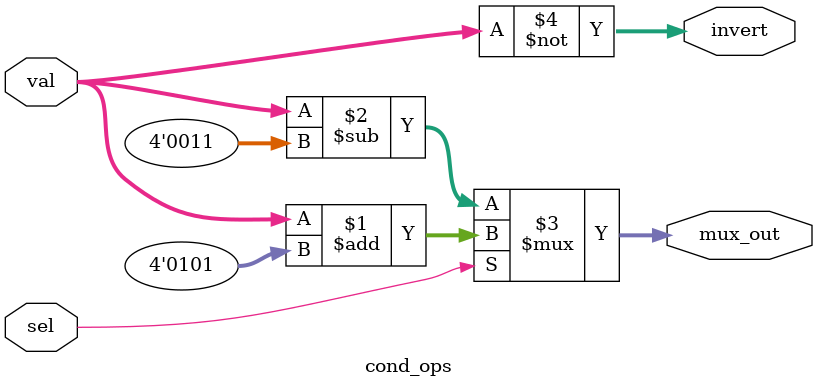
<source format=sv>
module cond_ops (
    input [3:0] val,
    input sel,
    output [3:0] mux_out,
    output [3:0] invert
);
    assign mux_out = sel ? (val + 4'd5) : (val - 4'd3);
    assign invert = ~val;
endmodule

</source>
